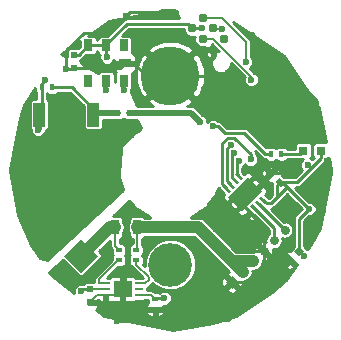
<source format=gtl>
G04 #@! TF.FileFunction,Copper,L1,Top,Signal*
%FSLAX46Y46*%
G04 Gerber Fmt 4.6, Leading zero omitted, Abs format (unit mm)*
G04 Created by KiCad (PCBNEW 4.0.1-stable) date Wed 17 Feb 2016 10:38:58 PM PST*
%MOMM*%
G01*
G04 APERTURE LIST*
%ADD10C,0.100000*%
%ADD11C,5.000000*%
%ADD12C,3.700000*%
%ADD13R,0.500000X0.600000*%
%ADD14C,2.032000*%
%ADD15R,3.657600X2.032000*%
%ADD16R,1.016000X2.032000*%
%ADD17R,0.400000X0.600000*%
%ADD18R,0.800000X1.000000*%
%ADD19R,1.000000X0.800000*%
%ADD20R,0.797560X0.797560*%
%ADD21C,0.784860*%
%ADD22C,0.800000*%
%ADD23R,0.600000X0.400000*%
%ADD24R,0.700000X0.250000*%
%ADD25R,1.650000X1.350000*%
%ADD26R,0.700000X1.300000*%
%ADD27C,0.600000*%
%ADD28C,0.250000*%
%ADD29C,0.500000*%
%ADD30C,0.152400*%
%ADD31C,1.000000*%
%ADD32C,0.254000*%
G04 APERTURE END LIST*
D10*
D11*
X120000000Y-57000000D03*
D12*
X120000000Y-73000000D03*
D10*
G36*
X130924264Y-71472182D02*
X131277818Y-71825736D01*
X130853554Y-72250000D01*
X130500000Y-71896446D01*
X130924264Y-71472182D01*
X130924264Y-71472182D01*
G37*
G36*
X130146446Y-72250000D02*
X130500000Y-72603554D01*
X130075736Y-73027818D01*
X129722182Y-72674264D01*
X130146446Y-72250000D01*
X130146446Y-72250000D01*
G37*
G36*
X129677818Y-66074264D02*
X129324264Y-66427818D01*
X128900000Y-66003554D01*
X129253554Y-65650000D01*
X129677818Y-66074264D01*
X129677818Y-66074264D01*
G37*
G36*
X128900000Y-65296446D02*
X128546446Y-65650000D01*
X128122182Y-65225736D01*
X128475736Y-64872182D01*
X128900000Y-65296446D01*
X128900000Y-65296446D01*
G37*
D13*
X111800000Y-55275000D03*
X111800000Y-56375000D03*
D10*
G36*
X112450000Y-70813159D02*
X113886841Y-72250000D01*
X112450000Y-73686841D01*
X111013159Y-72250000D01*
X112450000Y-70813159D01*
X112450000Y-70813159D01*
G37*
D14*
X110653949Y-70453949D02*
X110653949Y-70453949D01*
D15*
X111200000Y-66902000D03*
D16*
X111200000Y-60298000D03*
X108914000Y-60298000D03*
X113486000Y-60298000D03*
D17*
X110000000Y-58000000D03*
X109100000Y-58000000D03*
X116475000Y-60150000D03*
X115575000Y-60150000D03*
X129400000Y-63650000D03*
X128500000Y-63650000D03*
D18*
X116050000Y-54450000D03*
X114550000Y-54450000D03*
X113050000Y-54450000D03*
X113050000Y-57450000D03*
X114550000Y-57450000D03*
X116050000Y-57450000D03*
D19*
X116150000Y-55950000D03*
D20*
X131250700Y-63350000D03*
X132749300Y-63350000D03*
D21*
X121852962Y-53000987D03*
X122750987Y-52102962D03*
X122750987Y-53899013D03*
X123649013Y-53000987D03*
X123649013Y-54797038D03*
X124547038Y-53899013D03*
D10*
G36*
X125250000Y-75065685D02*
X124684315Y-74500000D01*
X125250000Y-73934315D01*
X125815685Y-74500000D01*
X125250000Y-75065685D01*
X125250000Y-75065685D01*
G37*
D22*
X126133883Y-73616117D02*
X126133883Y-73616117D01*
X127017767Y-72732233D02*
X127017767Y-72732233D01*
X127901650Y-71848350D02*
X127901650Y-71848350D01*
X128785534Y-70964466D02*
X128785534Y-70964466D01*
X129669417Y-70080583D02*
X129669417Y-70080583D01*
D13*
X113200000Y-75100000D03*
X113200000Y-76200000D03*
D23*
X115650000Y-71750000D03*
X115650000Y-72650000D03*
X118700000Y-75900000D03*
X118700000Y-76800000D03*
D24*
X114525000Y-74600000D03*
X114525000Y-75100000D03*
X114525000Y-75600000D03*
X117375000Y-75600000D03*
X117375000Y-75100000D03*
X117375000Y-74600000D03*
D25*
X115950000Y-75100000D03*
D23*
X117100000Y-71750000D03*
X117100000Y-72650000D03*
D26*
X117200000Y-69850000D03*
X115300000Y-69850000D03*
D10*
G36*
X125504505Y-65370621D02*
X125681282Y-65193844D01*
X126176257Y-65688819D01*
X125999480Y-65865596D01*
X125504505Y-65370621D01*
X125504505Y-65370621D01*
G37*
G36*
X125150951Y-65724175D02*
X125327728Y-65547398D01*
X125822703Y-66042373D01*
X125645926Y-66219150D01*
X125150951Y-65724175D01*
X125150951Y-65724175D01*
G37*
G36*
X124797398Y-66077728D02*
X124974175Y-65900951D01*
X125469150Y-66395926D01*
X125292373Y-66572703D01*
X124797398Y-66077728D01*
X124797398Y-66077728D01*
G37*
G36*
X124443844Y-66431282D02*
X124620621Y-66254505D01*
X125115596Y-66749480D01*
X124938819Y-66926257D01*
X124443844Y-66431282D01*
X124443844Y-66431282D01*
G37*
G36*
X126423743Y-68411181D02*
X126600520Y-68234404D01*
X127095495Y-68729379D01*
X126918718Y-68906156D01*
X126423743Y-68411181D01*
X126423743Y-68411181D01*
G37*
G36*
X126777297Y-68057627D02*
X126954074Y-67880850D01*
X127449049Y-68375825D01*
X127272272Y-68552602D01*
X126777297Y-68057627D01*
X126777297Y-68057627D01*
G37*
G36*
X127130850Y-67704074D02*
X127307627Y-67527297D01*
X127802602Y-68022272D01*
X127625825Y-68199049D01*
X127130850Y-67704074D01*
X127130850Y-67704074D01*
G37*
G36*
X127484404Y-67350520D02*
X127661181Y-67173743D01*
X128156156Y-67668718D01*
X127979379Y-67845495D01*
X127484404Y-67350520D01*
X127484404Y-67350520D01*
G37*
G36*
X125458543Y-67891457D02*
X126300000Y-67050000D01*
X126886899Y-67636899D01*
X126045442Y-68478356D01*
X125458543Y-67891457D01*
X125458543Y-67891457D01*
G37*
G36*
X126300000Y-67050000D02*
X127141457Y-66208543D01*
X127728356Y-66795442D01*
X126886899Y-67636899D01*
X126300000Y-67050000D01*
X126300000Y-67050000D01*
G37*
G36*
X124871644Y-67304558D02*
X125713101Y-66463101D01*
X126300000Y-67050000D01*
X125458543Y-67891457D01*
X124871644Y-67304558D01*
X124871644Y-67304558D01*
G37*
G36*
X125713101Y-66463101D02*
X126554558Y-65621644D01*
X127141457Y-66208543D01*
X126300000Y-67050000D01*
X125713101Y-66463101D01*
X125713101Y-66463101D01*
G37*
D27*
X129075000Y-62750000D03*
X127250000Y-65100000D03*
X122301124Y-72923296D03*
X122800000Y-74775000D03*
X115450000Y-77775000D03*
X120300000Y-78250000D03*
X124875000Y-77650000D03*
X127825000Y-74750000D03*
X132950000Y-68500000D03*
X133300000Y-64275000D03*
X132425000Y-60175000D03*
X126875000Y-53575000D03*
X122875000Y-58250000D03*
X124875000Y-56800000D03*
X117575000Y-53650000D03*
X121225000Y-53650000D03*
X119450000Y-51625000D03*
X116225000Y-51950000D03*
X114875000Y-52600000D03*
X111200000Y-56450000D03*
X109375000Y-57350000D03*
X114050000Y-72950000D03*
X111640000Y-74180000D03*
X116140000Y-73890000D03*
X116280000Y-71060000D03*
X116750000Y-68450000D03*
X118390000Y-70850000D03*
X121180000Y-70820000D03*
X122340000Y-68897590D03*
X123822339Y-69957661D03*
X122400000Y-71360000D03*
X124002567Y-72962567D03*
X125520000Y-71170000D03*
X129720000Y-72880000D03*
X130311499Y-69210000D03*
X127846913Y-69767048D03*
X130873682Y-66592388D03*
X127620000Y-61350000D03*
X127540000Y-56450000D03*
X128430000Y-55160000D03*
X130550000Y-58630000D03*
X129670000Y-61220000D03*
X122950000Y-55250000D03*
X108800000Y-61590000D03*
X125600000Y-60200000D03*
X126500000Y-60200000D03*
X126500000Y-59300000D03*
X125600000Y-59300000D03*
X115950000Y-75100000D03*
X125585822Y-67177279D03*
X126172721Y-67764178D03*
X126427279Y-66335822D03*
X127014178Y-66922721D03*
X130250000Y-64700000D03*
X114625000Y-55450000D03*
X131620000Y-64590000D03*
X131300000Y-72300000D03*
X112450000Y-75250000D03*
X122700000Y-53000000D03*
X131750000Y-68300000D03*
X123600000Y-61300000D03*
X125777410Y-64223485D03*
X125374407Y-63566432D03*
X125121995Y-62844585D03*
X126800000Y-64100000D03*
X126400000Y-55850000D03*
X126850000Y-57350000D03*
X124384297Y-53070004D03*
X114575000Y-58250000D03*
X116075000Y-58225000D03*
X119500000Y-75850000D03*
X122478522Y-60900009D03*
D28*
X127250000Y-65100000D02*
X127650000Y-64700000D01*
X127650000Y-64700000D02*
X130250000Y-64700000D01*
X122800000Y-74775000D02*
X122800000Y-73422172D01*
X122800000Y-73422172D02*
X122301124Y-72923296D01*
X120300000Y-78250000D02*
X119825000Y-77775000D01*
X119825000Y-77775000D02*
X115450000Y-77775000D01*
X127825000Y-74750000D02*
X124925000Y-77650000D01*
X124925000Y-77650000D02*
X124875000Y-77650000D01*
X133300000Y-64275000D02*
X132950000Y-64625000D01*
X132950000Y-64625000D02*
X132950000Y-68500000D01*
X126875000Y-53575000D02*
X132425000Y-59125000D01*
X132425000Y-59125000D02*
X132425000Y-60175000D01*
X124875000Y-56800000D02*
X123425000Y-58250000D01*
X123425000Y-58250000D02*
X122875000Y-58250000D01*
X121225000Y-53650000D02*
X117575000Y-53650000D01*
X116225000Y-51950000D02*
X116550000Y-51625000D01*
X116550000Y-51625000D02*
X119450000Y-51625000D01*
X112650678Y-53375000D02*
X114100000Y-53375000D01*
X114100000Y-53375000D02*
X114875000Y-52600000D01*
X111200000Y-56450000D02*
X111200000Y-54825678D01*
X111200000Y-54825678D02*
X112650678Y-53375000D01*
X116150000Y-55950000D02*
X116900000Y-55950000D01*
X116900000Y-55950000D02*
X117950000Y-57000000D01*
X117950000Y-57000000D02*
X120000000Y-57000000D01*
X111800000Y-56375000D02*
X115725000Y-56375000D01*
X115725000Y-56375000D02*
X116150000Y-55950000D01*
X111200000Y-56450000D02*
X111725000Y-56450000D01*
X111725000Y-56450000D02*
X111800000Y-56375000D01*
X109100000Y-58000000D02*
X109100000Y-57625000D01*
X109100000Y-57625000D02*
X109375000Y-57350000D01*
X109100000Y-58000000D02*
X109100000Y-60112000D01*
X109100000Y-60112000D02*
X108914000Y-60298000D01*
X111640000Y-74180000D02*
X112820000Y-74180000D01*
X112820000Y-74180000D02*
X114050000Y-72950000D01*
X116140000Y-73890000D02*
X116140000Y-74910000D01*
X116140000Y-74910000D02*
X115950000Y-75100000D01*
X116750000Y-68450000D02*
X116280000Y-68920000D01*
X116280000Y-68920000D02*
X116280000Y-71060000D01*
X121180000Y-70820000D02*
X118420000Y-70820000D01*
X118420000Y-70820000D02*
X118390000Y-70850000D01*
X123822339Y-69957661D02*
X122762268Y-68897590D01*
X122762268Y-68897590D02*
X122340000Y-68897590D01*
X124002567Y-72962567D02*
X122400000Y-71360000D01*
X127901650Y-71848350D02*
X126198350Y-71848350D01*
X126198350Y-71848350D02*
X125520000Y-71170000D01*
X130111091Y-72638909D02*
X129961091Y-72638909D01*
X129961091Y-72638909D02*
X129720000Y-72880000D01*
X127509339Y-69320000D02*
X126759619Y-68570280D01*
X127901650Y-71848350D02*
X127846913Y-69767048D01*
X127509339Y-69320000D02*
X127509339Y-69429474D01*
X127509339Y-69429474D02*
X127846913Y-69767048D01*
X126500000Y-60200000D02*
X126500000Y-60230000D01*
X126500000Y-60230000D02*
X127620000Y-61350000D01*
X128430000Y-55160000D02*
X128430000Y-55560000D01*
X128430000Y-55560000D02*
X127540000Y-56450000D01*
X129670000Y-61220000D02*
X129670000Y-59510000D01*
X129670000Y-59510000D02*
X130550000Y-58630000D01*
X122650000Y-54950000D02*
X122950000Y-55250000D01*
X122650000Y-54797038D02*
X122202962Y-54797038D01*
X123649013Y-54797038D02*
X122650000Y-54797038D01*
X122650000Y-54797038D02*
X122650000Y-54950000D01*
D29*
X108914000Y-60298000D02*
X108914000Y-61476000D01*
X108914000Y-61476000D02*
X108800000Y-61590000D01*
D28*
X125600000Y-59300000D02*
X125600000Y-58600000D01*
X125600000Y-58600000D02*
X124000000Y-57000000D01*
X124000000Y-57000000D02*
X123535533Y-57000000D01*
X123535533Y-57000000D02*
X120000000Y-57000000D01*
X127901650Y-71848350D02*
X127901650Y-72947773D01*
X127901650Y-72947773D02*
X126349423Y-74500000D01*
X126349423Y-74500000D02*
X125915685Y-74500000D01*
X125915685Y-74500000D02*
X125250000Y-74500000D01*
X118700000Y-76800000D02*
X122950000Y-76800000D01*
X122950000Y-76800000D02*
X125250000Y-74500000D01*
X126172721Y-67764178D02*
X126172721Y-67983382D01*
X126172721Y-67983382D02*
X126759619Y-68570280D01*
X127014178Y-66922721D02*
X127014178Y-66758004D01*
X127014178Y-66758004D02*
X128511091Y-65261091D01*
X122202962Y-54797038D02*
X120000000Y-57000000D01*
X128511091Y-65261091D02*
X129688909Y-65261091D01*
X129688909Y-65261091D02*
X130250000Y-64700000D01*
X130111091Y-72638909D02*
X128692209Y-72638909D01*
X128692209Y-72638909D02*
X127901650Y-71848350D01*
X108914000Y-59790000D02*
X108914000Y-60298000D01*
D30*
X115950000Y-75100000D02*
X115950000Y-75927400D01*
X115950000Y-75927400D02*
X116822600Y-76800000D01*
X116822600Y-76800000D02*
X118247600Y-76800000D01*
X118247600Y-76800000D02*
X118700000Y-76800000D01*
X114525000Y-75600000D02*
X115450000Y-75600000D01*
X115450000Y-75600000D02*
X115950000Y-75100000D01*
X114525000Y-75600000D02*
X113750000Y-75600000D01*
X113750000Y-75600000D02*
X113200000Y-76150000D01*
X113200000Y-76150000D02*
X113200000Y-76200000D01*
D28*
X111800000Y-55275000D02*
X112225000Y-55275000D01*
X112225000Y-55275000D02*
X113050000Y-54450000D01*
X114550000Y-54450000D02*
X114550000Y-55375000D01*
X114550000Y-55375000D02*
X114625000Y-55450000D01*
X121852962Y-53000987D02*
X121460533Y-52608558D01*
X121460533Y-52608558D02*
X116291442Y-52608558D01*
X116291442Y-52608558D02*
X114550000Y-54350000D01*
X114550000Y-54350000D02*
X114550000Y-54450000D01*
X113050000Y-54450000D02*
X114550000Y-54450000D01*
X130709171Y-66038909D02*
X132020000Y-64728080D01*
X132020000Y-64728080D02*
X132749300Y-63998780D01*
X131620000Y-64590000D02*
X131758080Y-64728080D01*
X131758080Y-64728080D02*
X132020000Y-64728080D01*
X128482184Y-67827816D02*
X128940000Y-67370000D01*
X128940000Y-67370000D02*
X129880000Y-66430000D01*
X129288909Y-66038909D02*
X129041422Y-66286396D01*
X129041422Y-66286396D02*
X129041422Y-67268578D01*
X129041422Y-67268578D02*
X128940000Y-67370000D01*
X130950000Y-67500000D02*
X129880000Y-66430000D01*
X129880000Y-66430000D02*
X129488909Y-66038909D01*
X127820280Y-67509619D02*
X128138477Y-67827816D01*
X128138477Y-67827816D02*
X128482184Y-67827816D01*
X131300000Y-72300000D02*
X131300000Y-72272182D01*
X131300000Y-72272182D02*
X130888909Y-71861091D01*
X113200000Y-75100000D02*
X112600000Y-75100000D01*
X112600000Y-75100000D02*
X112450000Y-75250000D01*
X121852962Y-53000987D02*
X122699013Y-53000987D01*
X122699013Y-53000987D02*
X122700000Y-53000000D01*
X129288909Y-66038909D02*
X130709171Y-66038909D01*
X132749300Y-63998780D02*
X132749300Y-63350000D01*
X131750000Y-68300000D02*
X130950000Y-67500000D01*
X130940381Y-67509619D02*
X130950000Y-67500000D01*
X129488909Y-66038909D02*
X129288909Y-66038909D01*
X130888909Y-71861091D02*
X130888909Y-69161091D01*
X130888909Y-69161091D02*
X131750000Y-68300000D01*
D30*
X113200000Y-75100000D02*
X114525000Y-75100000D01*
D28*
X129400000Y-63650000D02*
X130950700Y-63650000D01*
X130950700Y-63650000D02*
X131250700Y-63350000D01*
D31*
X111200000Y-60298000D02*
X111200000Y-66902000D01*
X110653949Y-70453949D02*
X110653949Y-67448051D01*
X110653949Y-67448051D02*
X111200000Y-66902000D01*
D29*
X115575000Y-60150000D02*
X113634000Y-60150000D01*
X113634000Y-60150000D02*
X113486000Y-60298000D01*
D28*
X110000000Y-58000000D02*
X111696000Y-58000000D01*
X111696000Y-58000000D02*
X113486000Y-59790000D01*
X113486000Y-59790000D02*
X113486000Y-60298000D01*
X123600000Y-61300000D02*
X124024264Y-61300000D01*
X124024264Y-61300000D02*
X124589038Y-61864774D01*
X124589038Y-61864774D02*
X126264774Y-61864774D01*
X126264774Y-61864774D02*
X128050000Y-63650000D01*
X128050000Y-63650000D02*
X128500000Y-63650000D01*
X125602410Y-64750000D02*
X125602410Y-64398485D01*
X125602410Y-64398485D02*
X125777410Y-64223485D01*
X125602410Y-65302410D02*
X125602410Y-64750000D01*
X125840381Y-65529720D02*
X125829720Y-65529720D01*
X125829720Y-65529720D02*
X125602410Y-65302410D01*
X125200000Y-64700000D02*
X125200000Y-63740839D01*
X125200000Y-63740839D02*
X125374407Y-63566432D01*
X125200000Y-65650000D02*
X125200000Y-64700000D01*
X125486827Y-65883274D02*
X125433274Y-65883274D01*
X125433274Y-65883274D02*
X125200000Y-65650000D01*
X124796997Y-65319585D02*
X124796997Y-63169583D01*
X124796997Y-63169583D02*
X125121995Y-62844585D01*
X124796997Y-65319585D02*
X124796997Y-65900550D01*
X124796997Y-65900550D02*
X124815077Y-65918630D01*
X124815077Y-65918630D02*
X125133274Y-66236827D01*
X126800000Y-64100000D02*
X126800000Y-63668036D01*
X126800000Y-63668036D02*
X125399148Y-62267184D01*
X125399148Y-62267184D02*
X124844842Y-62267184D01*
X124844842Y-62267184D02*
X124394587Y-62717439D01*
X124394587Y-62717439D02*
X124394587Y-66205248D01*
X124394587Y-66205248D02*
X124461523Y-66272184D01*
X124461523Y-66272184D02*
X124779720Y-66590381D01*
D30*
X122750987Y-52102962D02*
X124357418Y-52102962D01*
X126435833Y-55814167D02*
X126400000Y-55850000D01*
X124357418Y-52102962D02*
X126435833Y-54181377D01*
X126435833Y-54181377D02*
X126435833Y-55814167D01*
X122750987Y-53899013D02*
X123649013Y-53899013D01*
X123649013Y-53899013D02*
X126850000Y-57100000D01*
X126850000Y-57100000D02*
X126850000Y-57350000D01*
X124384297Y-53070004D02*
X123718030Y-53070004D01*
X123718030Y-53070004D02*
X123649013Y-53000987D01*
D28*
X127113173Y-68216726D02*
X128785534Y-69889087D01*
X128785534Y-69889087D02*
X128785534Y-70964466D01*
X129669417Y-70080583D02*
X127466726Y-67877892D01*
X127466726Y-67877892D02*
X127466726Y-67863173D01*
D31*
X115300000Y-69850000D02*
X114850000Y-69850000D01*
X114850000Y-69850000D02*
X112450000Y-72250000D01*
D30*
X115300000Y-69850000D02*
X115300000Y-71400000D01*
X115300000Y-71400000D02*
X115650000Y-71750000D01*
X117375000Y-74600000D02*
X117877400Y-74600000D01*
X117877400Y-74600000D02*
X118150000Y-74327400D01*
X118147600Y-74050000D02*
X117100000Y-73002400D01*
X118150000Y-74327400D02*
X118150000Y-74050000D01*
X117100000Y-73002400D02*
X117100000Y-72650000D01*
X118150000Y-74050000D02*
X118147600Y-74050000D01*
X113950000Y-74527400D02*
X113950000Y-74250000D01*
X113950000Y-74250000D02*
X115550000Y-72650000D01*
X115550000Y-72650000D02*
X115650000Y-72650000D01*
X114525000Y-74600000D02*
X114022600Y-74600000D01*
X114022600Y-74600000D02*
X113950000Y-74527400D01*
D31*
X122367766Y-69850000D02*
X125200000Y-72682234D01*
X125200000Y-72682234D02*
X126133883Y-73616117D01*
X127017767Y-72732233D02*
X125249999Y-72732233D01*
X125249999Y-72732233D02*
X125200000Y-72682234D01*
X117200000Y-69850000D02*
X122367766Y-69850000D01*
D30*
X117200000Y-69850000D02*
X117200000Y-71650000D01*
X117200000Y-71650000D02*
X117100000Y-71750000D01*
D28*
X114575000Y-58250000D02*
X114575000Y-57475000D01*
X114575000Y-57475000D02*
X114550000Y-57450000D01*
X116050000Y-57450000D02*
X116050000Y-58200000D01*
X116050000Y-58200000D02*
X116075000Y-58225000D01*
X119500000Y-75850000D02*
X118750000Y-75850000D01*
X118750000Y-75850000D02*
X118700000Y-75900000D01*
D30*
X117375000Y-75600000D02*
X118400000Y-75600000D01*
X118400000Y-75600000D02*
X118700000Y-75900000D01*
D29*
X116475000Y-60150000D02*
X121728513Y-60150000D01*
X121728513Y-60150000D02*
X122478522Y-60900009D01*
D32*
G36*
X108566594Y-58300000D02*
X108589395Y-58421179D01*
X108648000Y-58512253D01*
X108648000Y-58948594D01*
X108406000Y-58948594D01*
X108284821Y-58971395D01*
X108173526Y-59043012D01*
X108098862Y-59152286D01*
X108072594Y-59282000D01*
X108072594Y-61314000D01*
X108095395Y-61435179D01*
X108167012Y-61546474D01*
X108173034Y-61550589D01*
X108172891Y-61714171D01*
X108268145Y-61944703D01*
X108444369Y-62121235D01*
X108674735Y-62216891D01*
X108924171Y-62217109D01*
X109154703Y-62121855D01*
X109331235Y-61945631D01*
X109413997Y-61746318D01*
X109447078Y-61696808D01*
X109458262Y-61640583D01*
X109543179Y-61624605D01*
X109654474Y-61552988D01*
X109729138Y-61443714D01*
X109755406Y-61314000D01*
X109755406Y-59282000D01*
X109732605Y-59160821D01*
X109660988Y-59049526D01*
X109552000Y-58975057D01*
X109552000Y-58518469D01*
X109561012Y-58532474D01*
X109670286Y-58607138D01*
X109800000Y-58633406D01*
X110200000Y-58633406D01*
X110321179Y-58610605D01*
X110432474Y-58538988D01*
X110491911Y-58452000D01*
X111508776Y-58452000D01*
X112644594Y-59587818D01*
X112644594Y-61314000D01*
X112667395Y-61435179D01*
X112739012Y-61546474D01*
X112848286Y-61621138D01*
X112978000Y-61647406D01*
X113994000Y-61647406D01*
X114115179Y-61624605D01*
X114226474Y-61552988D01*
X114301138Y-61443714D01*
X114327406Y-61314000D01*
X114327406Y-60727000D01*
X115201178Y-60727000D01*
X115245286Y-60757138D01*
X115375000Y-60783406D01*
X115775000Y-60783406D01*
X115896179Y-60760605D01*
X116007474Y-60688988D01*
X116024330Y-60664319D01*
X116036012Y-60682474D01*
X116145286Y-60757138D01*
X116275000Y-60783406D01*
X116675000Y-60783406D01*
X116796179Y-60760605D01*
X116848402Y-60727000D01*
X117178244Y-60727000D01*
X117523139Y-61446565D01*
X117271850Y-61659869D01*
X116904994Y-61904994D01*
X116802680Y-62058117D01*
X115877814Y-62843178D01*
X115846620Y-62882781D01*
X115833371Y-62930297D01*
X115707216Y-64576616D01*
X115623000Y-65000000D01*
X115660375Y-65187896D01*
X115633371Y-65540297D01*
X115639219Y-65589254D01*
X115899530Y-66390212D01*
X115956179Y-66675005D01*
X115989251Y-66724500D01*
X109513131Y-72611882D01*
X108931340Y-72484172D01*
X108185944Y-71368608D01*
X107137668Y-68824135D01*
X106390627Y-65068509D01*
X106388957Y-64939889D01*
X107261821Y-60551703D01*
X107610330Y-59492859D01*
X108566594Y-58061708D01*
X108566594Y-58300000D01*
X108566594Y-58300000D01*
G37*
X108566594Y-58300000D02*
X108589395Y-58421179D01*
X108648000Y-58512253D01*
X108648000Y-58948594D01*
X108406000Y-58948594D01*
X108284821Y-58971395D01*
X108173526Y-59043012D01*
X108098862Y-59152286D01*
X108072594Y-59282000D01*
X108072594Y-61314000D01*
X108095395Y-61435179D01*
X108167012Y-61546474D01*
X108173034Y-61550589D01*
X108172891Y-61714171D01*
X108268145Y-61944703D01*
X108444369Y-62121235D01*
X108674735Y-62216891D01*
X108924171Y-62217109D01*
X109154703Y-62121855D01*
X109331235Y-61945631D01*
X109413997Y-61746318D01*
X109447078Y-61696808D01*
X109458262Y-61640583D01*
X109543179Y-61624605D01*
X109654474Y-61552988D01*
X109729138Y-61443714D01*
X109755406Y-61314000D01*
X109755406Y-59282000D01*
X109732605Y-59160821D01*
X109660988Y-59049526D01*
X109552000Y-58975057D01*
X109552000Y-58518469D01*
X109561012Y-58532474D01*
X109670286Y-58607138D01*
X109800000Y-58633406D01*
X110200000Y-58633406D01*
X110321179Y-58610605D01*
X110432474Y-58538988D01*
X110491911Y-58452000D01*
X111508776Y-58452000D01*
X112644594Y-59587818D01*
X112644594Y-61314000D01*
X112667395Y-61435179D01*
X112739012Y-61546474D01*
X112848286Y-61621138D01*
X112978000Y-61647406D01*
X113994000Y-61647406D01*
X114115179Y-61624605D01*
X114226474Y-61552988D01*
X114301138Y-61443714D01*
X114327406Y-61314000D01*
X114327406Y-60727000D01*
X115201178Y-60727000D01*
X115245286Y-60757138D01*
X115375000Y-60783406D01*
X115775000Y-60783406D01*
X115896179Y-60760605D01*
X116007474Y-60688988D01*
X116024330Y-60664319D01*
X116036012Y-60682474D01*
X116145286Y-60757138D01*
X116275000Y-60783406D01*
X116675000Y-60783406D01*
X116796179Y-60760605D01*
X116848402Y-60727000D01*
X117178244Y-60727000D01*
X117523139Y-61446565D01*
X117271850Y-61659869D01*
X116904994Y-61904994D01*
X116802680Y-62058117D01*
X115877814Y-62843178D01*
X115846620Y-62882781D01*
X115833371Y-62930297D01*
X115707216Y-64576616D01*
X115623000Y-65000000D01*
X115660375Y-65187896D01*
X115633371Y-65540297D01*
X115639219Y-65589254D01*
X115899530Y-66390212D01*
X115956179Y-66675005D01*
X115989251Y-66724500D01*
X109513131Y-72611882D01*
X108931340Y-72484172D01*
X108185944Y-71368608D01*
X107137668Y-68824135D01*
X106390627Y-65068509D01*
X106388957Y-64939889D01*
X107261821Y-60551703D01*
X107610330Y-59492859D01*
X108566594Y-58061708D01*
X108566594Y-58300000D01*
G36*
X127730388Y-63969612D02*
X127877027Y-64067594D01*
X128003243Y-64092700D01*
X128061012Y-64182474D01*
X128170286Y-64257138D01*
X128300000Y-64283406D01*
X128700000Y-64283406D01*
X128821179Y-64260605D01*
X128932474Y-64188988D01*
X128949330Y-64164319D01*
X128961012Y-64182474D01*
X129070286Y-64257138D01*
X129200000Y-64283406D01*
X129600000Y-64283406D01*
X129721179Y-64260605D01*
X129832474Y-64188988D01*
X129891911Y-64102000D01*
X130950700Y-64102000D01*
X131050313Y-64082186D01*
X131241214Y-64082186D01*
X131088765Y-64234369D01*
X130993109Y-64464735D01*
X130992891Y-64714171D01*
X131088145Y-64944703D01*
X131126116Y-64982740D01*
X130521947Y-65586909D01*
X129661971Y-65586909D01*
X129489308Y-65414246D01*
X129387498Y-65344683D01*
X129327000Y-65331559D01*
X129327000Y-65211511D01*
X129261992Y-65054570D01*
X129155089Y-64947666D01*
X129004121Y-64947666D01*
X128689282Y-65262505D01*
X128703424Y-65276648D01*
X128526648Y-65453424D01*
X128512505Y-65439282D01*
X128197666Y-65754121D01*
X128197666Y-65905089D01*
X128304570Y-66011992D01*
X128461511Y-66077000D01*
X128581312Y-66077000D01*
X128591099Y-66129012D01*
X128613891Y-66163380D01*
X128589422Y-66286396D01*
X128589422Y-67081353D01*
X128314861Y-67355915D01*
X128043306Y-67084360D01*
X128090349Y-67037318D01*
X128155356Y-66880377D01*
X128155356Y-66710506D01*
X128090349Y-66553565D01*
X127902127Y-66365344D01*
X127751160Y-66365344D01*
X127193783Y-66922721D01*
X127207926Y-66936864D01*
X127028321Y-67116469D01*
X127014178Y-67102326D01*
X126352326Y-67764178D01*
X126366469Y-67778321D01*
X126186864Y-67957926D01*
X126172721Y-67943783D01*
X125615344Y-68501160D01*
X125615344Y-68652127D01*
X125803565Y-68840349D01*
X125960506Y-68905356D01*
X126130377Y-68905356D01*
X126287318Y-68840349D01*
X126332350Y-68795317D01*
X126354977Y-68795317D01*
X126625622Y-68524672D01*
X126611480Y-68510530D01*
X126675472Y-68446537D01*
X126678301Y-68449366D01*
X126687915Y-68439753D01*
X127036518Y-68788356D01*
X127065125Y-68807902D01*
X128333534Y-70076312D01*
X128333534Y-70405586D01*
X128281538Y-70440328D01*
X128261396Y-70460470D01*
X128103803Y-70696327D01*
X128048462Y-70974537D01*
X128063578Y-71050527D01*
X127834368Y-71024074D01*
X127524052Y-71112566D01*
X127489083Y-71256178D01*
X127901650Y-71668745D01*
X127915792Y-71654602D01*
X128095398Y-71834208D01*
X128081255Y-71848350D01*
X128493822Y-72260917D01*
X128637434Y-72225948D01*
X128725926Y-71915632D01*
X128699473Y-71686422D01*
X128775463Y-71701538D01*
X129053673Y-71646197D01*
X129289530Y-71488604D01*
X129309672Y-71468462D01*
X129467265Y-71232606D01*
X129522605Y-70954395D01*
X129488651Y-70783701D01*
X129659346Y-70817655D01*
X129937556Y-70762314D01*
X130173413Y-70604721D01*
X130193555Y-70584579D01*
X130351148Y-70348723D01*
X130406488Y-70070512D01*
X130351148Y-69792302D01*
X130193555Y-69556445D01*
X129957698Y-69398852D01*
X129679488Y-69343512D01*
X129589476Y-69361417D01*
X128503612Y-68275554D01*
X128655157Y-68245410D01*
X128801796Y-68147428D01*
X129259613Y-67689612D01*
X129259615Y-67689609D01*
X129361034Y-67588191D01*
X129361036Y-67588188D01*
X129880000Y-67069224D01*
X130582031Y-67771256D01*
X130620769Y-67829231D01*
X130678747Y-67867971D01*
X131110776Y-68300000D01*
X130569297Y-68841479D01*
X130471315Y-68988118D01*
X130436909Y-69161091D01*
X130436909Y-71488029D01*
X130264246Y-71660692D01*
X130194683Y-71762502D01*
X130181559Y-71823000D01*
X130061511Y-71823000D01*
X129904570Y-71888008D01*
X129797666Y-71994911D01*
X129797666Y-72145879D01*
X130112505Y-72460718D01*
X130126648Y-72446576D01*
X130303424Y-72623352D01*
X130289282Y-72637495D01*
X130604121Y-72952334D01*
X130755089Y-72952334D01*
X130757367Y-72950056D01*
X129824007Y-74346927D01*
X128600177Y-75322970D01*
X125530572Y-77374014D01*
X123586362Y-77909628D01*
X120229962Y-78577258D01*
X114417367Y-77339228D01*
X113919778Y-77006750D01*
X117973000Y-77006750D01*
X117973000Y-77084935D01*
X118038007Y-77241876D01*
X118158124Y-77361993D01*
X118315064Y-77427000D01*
X118466250Y-77427000D01*
X118573000Y-77320250D01*
X118573000Y-76900000D01*
X118827000Y-76900000D01*
X118827000Y-77320250D01*
X118933750Y-77427000D01*
X119084936Y-77427000D01*
X119241876Y-77361993D01*
X119361993Y-77241876D01*
X119427000Y-77084935D01*
X119427000Y-77006750D01*
X119320250Y-76900000D01*
X118827000Y-76900000D01*
X118573000Y-76900000D01*
X118079750Y-76900000D01*
X117973000Y-77006750D01*
X113919778Y-77006750D01*
X113696385Y-76857484D01*
X113811993Y-76741876D01*
X113877000Y-76584935D01*
X113877000Y-76433750D01*
X113770250Y-76327000D01*
X113325000Y-76327000D01*
X113325000Y-76347000D01*
X113075000Y-76347000D01*
X113075000Y-76327000D01*
X113053000Y-76327000D01*
X113053000Y-76073000D01*
X113075000Y-76073000D01*
X113075000Y-76053000D01*
X113325000Y-76053000D01*
X113325000Y-76073000D01*
X113770250Y-76073000D01*
X113844691Y-75998560D01*
X113933124Y-76086993D01*
X114090065Y-76152000D01*
X114291250Y-76152000D01*
X114398000Y-76045250D01*
X114398000Y-75662500D01*
X114378000Y-75662500D01*
X114378000Y-75558406D01*
X114672000Y-75558406D01*
X114672000Y-75662500D01*
X114652000Y-75662500D01*
X114652000Y-76045250D01*
X114758750Y-76152000D01*
X114919354Y-76152000D01*
X115040065Y-76202000D01*
X115716250Y-76202000D01*
X115823000Y-76095250D01*
X115823000Y-75227000D01*
X115803000Y-75227000D01*
X115803000Y-74973000D01*
X115823000Y-74973000D01*
X115823000Y-74104750D01*
X115716250Y-73998000D01*
X115040065Y-73998000D01*
X114883124Y-74063007D01*
X114804537Y-74141594D01*
X114628616Y-74141594D01*
X115586805Y-73183406D01*
X115950000Y-73183406D01*
X116071179Y-73160605D01*
X116182474Y-73088988D01*
X116257138Y-72979714D01*
X116283406Y-72850000D01*
X116283406Y-72450000D01*
X116260605Y-72328821D01*
X116188988Y-72217526D01*
X116164319Y-72200670D01*
X116182474Y-72188988D01*
X116257138Y-72079714D01*
X116283406Y-71950000D01*
X116283406Y-71550000D01*
X116260605Y-71428821D01*
X116188988Y-71317526D01*
X116079714Y-71242862D01*
X115950000Y-71216594D01*
X115703200Y-71216594D01*
X115703200Y-70823396D01*
X115771179Y-70810605D01*
X115882474Y-70738988D01*
X115957138Y-70629714D01*
X115983406Y-70500000D01*
X115983406Y-70287168D01*
X116064048Y-70166479D01*
X116127000Y-69850000D01*
X116064048Y-69533521D01*
X115983406Y-69412832D01*
X115983406Y-69200000D01*
X115960605Y-69078821D01*
X115888988Y-68967526D01*
X115779714Y-68892862D01*
X115650000Y-68866594D01*
X115122143Y-68866594D01*
X116504659Y-67645339D01*
X116715517Y-67811434D01*
X116904994Y-68095006D01*
X118028721Y-68845857D01*
X118211414Y-68989766D01*
X118269911Y-69015401D01*
X118286419Y-69018045D01*
X118293834Y-69023000D01*
X117824685Y-69023000D01*
X117788988Y-68967526D01*
X117679714Y-68892862D01*
X117550000Y-68866594D01*
X116850000Y-68866594D01*
X116728821Y-68889395D01*
X116617526Y-68961012D01*
X116542862Y-69070286D01*
X116516594Y-69200000D01*
X116516594Y-69412832D01*
X116435952Y-69533521D01*
X116373000Y-69850000D01*
X116435952Y-70166479D01*
X116516594Y-70287168D01*
X116516594Y-70500000D01*
X116539395Y-70621179D01*
X116611012Y-70732474D01*
X116720286Y-70807138D01*
X116796800Y-70822633D01*
X116796800Y-71217196D01*
X116678821Y-71239395D01*
X116567526Y-71311012D01*
X116492862Y-71420286D01*
X116466594Y-71550000D01*
X116466594Y-71950000D01*
X116489395Y-72071179D01*
X116561012Y-72182474D01*
X116585681Y-72199330D01*
X116567526Y-72211012D01*
X116492862Y-72320286D01*
X116466594Y-72450000D01*
X116466594Y-72850000D01*
X116489395Y-72971179D01*
X116561012Y-73082474D01*
X116670286Y-73157138D01*
X116736784Y-73170604D01*
X116814895Y-73287505D01*
X117668983Y-74141594D01*
X117095463Y-74141594D01*
X117016876Y-74063007D01*
X116859935Y-73998000D01*
X116183750Y-73998000D01*
X116077000Y-74104750D01*
X116077000Y-74973000D01*
X116097000Y-74973000D01*
X116097000Y-75227000D01*
X116077000Y-75227000D01*
X116077000Y-76095250D01*
X116183750Y-76202000D01*
X116859935Y-76202000D01*
X117016876Y-76136993D01*
X117095463Y-76058406D01*
X117725000Y-76058406D01*
X117846179Y-76035605D01*
X117896537Y-76003200D01*
X118066594Y-76003200D01*
X118066594Y-76100000D01*
X118089395Y-76221179D01*
X118122894Y-76273237D01*
X118038007Y-76358124D01*
X117973000Y-76515065D01*
X117973000Y-76593250D01*
X118079750Y-76700000D01*
X118573000Y-76700000D01*
X118573000Y-76653000D01*
X118827000Y-76653000D01*
X118827000Y-76700000D01*
X119320250Y-76700000D01*
X119427000Y-76593250D01*
X119427000Y-76515065D01*
X119411201Y-76476923D01*
X119624171Y-76477109D01*
X119854703Y-76381855D01*
X120031235Y-76205631D01*
X120126891Y-75975265D01*
X120127109Y-75725829D01*
X120031855Y-75495297D01*
X119855631Y-75318765D01*
X119625265Y-75223109D01*
X119375829Y-75222891D01*
X119145297Y-75318145D01*
X119080444Y-75382885D01*
X119000000Y-75366594D01*
X118736804Y-75366594D01*
X118685105Y-75314895D01*
X118554298Y-75227492D01*
X118400000Y-75196800D01*
X118058406Y-75196800D01*
X118058406Y-74975000D01*
X118055007Y-74956934D01*
X118162505Y-74885105D01*
X118435106Y-74612505D01*
X118474611Y-74553380D01*
X118765218Y-74844495D01*
X119565068Y-75176621D01*
X120431132Y-75177377D01*
X120620586Y-75099096D01*
X124830509Y-75099096D01*
X124830509Y-75250064D01*
X125008124Y-75427679D01*
X125165064Y-75492685D01*
X125334936Y-75492685D01*
X125491876Y-75427678D01*
X125669491Y-75250064D01*
X125669491Y-75099096D01*
X125250000Y-74679605D01*
X124830509Y-75099096D01*
X120620586Y-75099096D01*
X121231560Y-74846647D01*
X121663897Y-74415064D01*
X124257315Y-74415064D01*
X124257315Y-74584936D01*
X124322321Y-74741876D01*
X124499936Y-74919491D01*
X124650904Y-74919491D01*
X125070395Y-74500000D01*
X124650904Y-74080509D01*
X124499936Y-74080509D01*
X124322322Y-74258124D01*
X124257315Y-74415064D01*
X121663897Y-74415064D01*
X121844495Y-74234782D01*
X122176621Y-73434932D01*
X122177377Y-72568868D01*
X121846647Y-71768440D01*
X121234782Y-71155505D01*
X120434932Y-70823379D01*
X119568868Y-70822623D01*
X118768440Y-71153353D01*
X118155505Y-71765218D01*
X117823379Y-72565068D01*
X117822864Y-73155054D01*
X117682940Y-73015129D01*
X117707138Y-72979714D01*
X117733406Y-72850000D01*
X117733406Y-72450000D01*
X117710605Y-72328821D01*
X117638988Y-72217526D01*
X117614319Y-72200670D01*
X117632474Y-72188988D01*
X117707138Y-72079714D01*
X117733406Y-71950000D01*
X117733406Y-71550000D01*
X117710605Y-71428821D01*
X117638988Y-71317526D01*
X117603200Y-71293073D01*
X117603200Y-70823396D01*
X117671179Y-70810605D01*
X117782474Y-70738988D01*
X117824829Y-70677000D01*
X122025212Y-70677000D01*
X124964329Y-73616117D01*
X124830509Y-73749936D01*
X124830509Y-73900904D01*
X125250000Y-74320395D01*
X125264143Y-74306253D01*
X125443748Y-74485858D01*
X125429605Y-74500000D01*
X125849096Y-74919491D01*
X126000064Y-74919491D01*
X126177678Y-74741876D01*
X126242685Y-74584936D01*
X126242685Y-74421475D01*
X126450362Y-74380165D01*
X126718660Y-74200894D01*
X126897931Y-73932596D01*
X126960883Y-73616117D01*
X126949568Y-73559233D01*
X127017767Y-73559233D01*
X127334246Y-73496281D01*
X127602544Y-73317010D01*
X127622258Y-73287505D01*
X129731554Y-73287505D01*
X129760896Y-73316848D01*
X129760896Y-73316847D01*
X129731554Y-73287505D01*
X127622258Y-73287505D01*
X127703525Y-73165880D01*
X129760896Y-73165880D01*
X129760896Y-73316847D01*
X129833860Y-73389811D01*
X129990800Y-73454818D01*
X130160671Y-73454818D01*
X130317612Y-73389810D01*
X130424516Y-73282907D01*
X130424516Y-73131939D01*
X130109677Y-72817100D01*
X129760896Y-73165880D01*
X127703525Y-73165880D01*
X127781815Y-73048712D01*
X127793671Y-72989104D01*
X129433152Y-72989104D01*
X129459178Y-73015129D01*
X129433153Y-72989104D01*
X129433152Y-72989104D01*
X127793671Y-72989104D01*
X127844767Y-72732233D01*
X127829714Y-72656559D01*
X127968932Y-72672626D01*
X128261030Y-72589329D01*
X129295182Y-72589329D01*
X129295182Y-72759200D01*
X129360189Y-72916140D01*
X129433153Y-72989104D01*
X129584120Y-72989104D01*
X129932900Y-72640323D01*
X129618061Y-72325484D01*
X129467093Y-72325484D01*
X129360190Y-72432388D01*
X129295182Y-72589329D01*
X128261030Y-72589329D01*
X128279248Y-72584134D01*
X128314217Y-72440522D01*
X127901650Y-72027955D01*
X127887508Y-72042098D01*
X127707902Y-71862492D01*
X127722045Y-71848350D01*
X127309478Y-71435783D01*
X127165866Y-71470752D01*
X127077374Y-71781068D01*
X127093441Y-71920286D01*
X127017767Y-71905233D01*
X125592553Y-71905233D01*
X122952543Y-69265223D01*
X122684245Y-69085952D01*
X122367766Y-69023000D01*
X121706166Y-69023000D01*
X121778119Y-68974922D01*
X126534582Y-68974922D01*
X126534582Y-69125889D01*
X126676842Y-69268148D01*
X126833782Y-69333156D01*
X127003654Y-69333156D01*
X127160594Y-69268149D01*
X127189363Y-69239380D01*
X127189363Y-69088412D01*
X126805227Y-68704277D01*
X126534582Y-68974922D01*
X121778119Y-68974922D01*
X122314334Y-68616635D01*
X122414722Y-68578865D01*
X122461409Y-68548167D01*
X122542271Y-68464332D01*
X123095006Y-68095006D01*
X123215775Y-67914261D01*
X125028445Y-67914261D01*
X125028445Y-68065228D01*
X125096550Y-68133333D01*
X125096550Y-68133334D01*
X125216666Y-68253450D01*
X125216667Y-68253450D01*
X125284772Y-68321555D01*
X125435739Y-68321555D01*
X125438837Y-68318457D01*
X125543478Y-68318457D01*
X125700419Y-68253450D01*
X125820535Y-68133333D01*
X126015920Y-67937949D01*
X126015920Y-67786982D01*
X125563018Y-67334080D01*
X125412051Y-67334080D01*
X125216667Y-67529465D01*
X125096550Y-67649581D01*
X125031543Y-67806522D01*
X125031543Y-67911163D01*
X125028445Y-67914261D01*
X123215775Y-67914261D01*
X123538051Y-67431942D01*
X123821409Y-67138167D01*
X123853361Y-67080184D01*
X123899739Y-66890639D01*
X124043821Y-66675005D01*
X124073982Y-66523374D01*
X124074975Y-66524860D01*
X124190249Y-66640134D01*
X124208090Y-66667036D01*
X124556694Y-67015640D01*
X124509651Y-67062682D01*
X124444644Y-67219623D01*
X124444644Y-67389494D01*
X124509651Y-67546435D01*
X124697873Y-67734656D01*
X124848840Y-67734656D01*
X125406217Y-67177279D01*
X125392075Y-67163137D01*
X125551704Y-67003508D01*
X125742623Y-67003508D01*
X125742623Y-67154475D01*
X126195525Y-67607377D01*
X126346492Y-67607377D01*
X126541874Y-67411994D01*
X126541876Y-67411993D01*
X126601934Y-67351934D01*
X126661993Y-67291876D01*
X126661994Y-67291874D01*
X126857377Y-67096492D01*
X126857377Y-66945525D01*
X126404475Y-66492623D01*
X126253508Y-66492623D01*
X126058126Y-66688006D01*
X126058124Y-66688007D01*
X125998066Y-66748066D01*
X125938007Y-66808124D01*
X125938006Y-66808126D01*
X125742623Y-67003508D01*
X125551704Y-67003508D01*
X125571680Y-66983532D01*
X125585822Y-66997674D01*
X126247674Y-66335822D01*
X126233532Y-66321680D01*
X126393161Y-66162051D01*
X126584080Y-66162051D01*
X126584080Y-66313018D01*
X127036982Y-66765920D01*
X127187949Y-66765920D01*
X127383333Y-66570535D01*
X127503450Y-66450419D01*
X127568457Y-66293478D01*
X127568457Y-66188837D01*
X127571555Y-66185739D01*
X127571555Y-66034772D01*
X127503450Y-65966667D01*
X127503450Y-65966666D01*
X127383334Y-65846550D01*
X127383333Y-65846550D01*
X127315228Y-65778445D01*
X127164261Y-65778445D01*
X127161163Y-65781543D01*
X127056522Y-65781543D01*
X126899581Y-65846550D01*
X126779465Y-65966667D01*
X126584080Y-66162051D01*
X126393161Y-66162051D01*
X126413137Y-66142075D01*
X126427279Y-66156217D01*
X126984656Y-65598840D01*
X126984656Y-65447873D01*
X126796435Y-65259651D01*
X126639494Y-65194644D01*
X126469623Y-65194644D01*
X126312682Y-65259651D01*
X126265640Y-65306694D01*
X126099746Y-65140800D01*
X127695182Y-65140800D01*
X127695182Y-65310671D01*
X127760190Y-65467612D01*
X127867093Y-65574516D01*
X128018061Y-65574516D01*
X128332900Y-65259677D01*
X127984120Y-64910896D01*
X127833153Y-64910896D01*
X127760189Y-64983860D01*
X127695182Y-65140800D01*
X126099746Y-65140800D01*
X126054410Y-65095464D01*
X126054410Y-64910896D01*
X127833152Y-64910896D01*
X127833153Y-64910896D01*
X127880306Y-64863743D01*
X127833152Y-64910896D01*
X126054410Y-64910896D01*
X126054410Y-64787446D01*
X126132113Y-64755340D01*
X126308645Y-64579116D01*
X126333232Y-64519904D01*
X126444369Y-64631235D01*
X126674735Y-64726891D01*
X126924171Y-64727109D01*
X127154703Y-64631855D01*
X127169490Y-64617093D01*
X128126956Y-64617093D01*
X128160896Y-64583153D01*
X128160896Y-64734120D01*
X128509677Y-65082900D01*
X128824516Y-64768061D01*
X128824516Y-64617093D01*
X128717612Y-64510190D01*
X128560671Y-64445182D01*
X128390800Y-64445182D01*
X128233860Y-64510189D01*
X128160896Y-64583153D01*
X128160896Y-64583152D01*
X128126956Y-64617093D01*
X127169490Y-64617093D01*
X127331235Y-64455631D01*
X127426891Y-64225265D01*
X127427109Y-63975829D01*
X127331855Y-63745297D01*
X127251321Y-63664622D01*
X127217594Y-63495063D01*
X127140579Y-63379803D01*
X127730388Y-63969612D01*
X127730388Y-63969612D01*
G37*
X127730388Y-63969612D02*
X127877027Y-64067594D01*
X128003243Y-64092700D01*
X128061012Y-64182474D01*
X128170286Y-64257138D01*
X128300000Y-64283406D01*
X128700000Y-64283406D01*
X128821179Y-64260605D01*
X128932474Y-64188988D01*
X128949330Y-64164319D01*
X128961012Y-64182474D01*
X129070286Y-64257138D01*
X129200000Y-64283406D01*
X129600000Y-64283406D01*
X129721179Y-64260605D01*
X129832474Y-64188988D01*
X129891911Y-64102000D01*
X130950700Y-64102000D01*
X131050313Y-64082186D01*
X131241214Y-64082186D01*
X131088765Y-64234369D01*
X130993109Y-64464735D01*
X130992891Y-64714171D01*
X131088145Y-64944703D01*
X131126116Y-64982740D01*
X130521947Y-65586909D01*
X129661971Y-65586909D01*
X129489308Y-65414246D01*
X129387498Y-65344683D01*
X129327000Y-65331559D01*
X129327000Y-65211511D01*
X129261992Y-65054570D01*
X129155089Y-64947666D01*
X129004121Y-64947666D01*
X128689282Y-65262505D01*
X128703424Y-65276648D01*
X128526648Y-65453424D01*
X128512505Y-65439282D01*
X128197666Y-65754121D01*
X128197666Y-65905089D01*
X128304570Y-66011992D01*
X128461511Y-66077000D01*
X128581312Y-66077000D01*
X128591099Y-66129012D01*
X128613891Y-66163380D01*
X128589422Y-66286396D01*
X128589422Y-67081353D01*
X128314861Y-67355915D01*
X128043306Y-67084360D01*
X128090349Y-67037318D01*
X128155356Y-66880377D01*
X128155356Y-66710506D01*
X128090349Y-66553565D01*
X127902127Y-66365344D01*
X127751160Y-66365344D01*
X127193783Y-66922721D01*
X127207926Y-66936864D01*
X127028321Y-67116469D01*
X127014178Y-67102326D01*
X126352326Y-67764178D01*
X126366469Y-67778321D01*
X126186864Y-67957926D01*
X126172721Y-67943783D01*
X125615344Y-68501160D01*
X125615344Y-68652127D01*
X125803565Y-68840349D01*
X125960506Y-68905356D01*
X126130377Y-68905356D01*
X126287318Y-68840349D01*
X126332350Y-68795317D01*
X126354977Y-68795317D01*
X126625622Y-68524672D01*
X126611480Y-68510530D01*
X126675472Y-68446537D01*
X126678301Y-68449366D01*
X126687915Y-68439753D01*
X127036518Y-68788356D01*
X127065125Y-68807902D01*
X128333534Y-70076312D01*
X128333534Y-70405586D01*
X128281538Y-70440328D01*
X128261396Y-70460470D01*
X128103803Y-70696327D01*
X128048462Y-70974537D01*
X128063578Y-71050527D01*
X127834368Y-71024074D01*
X127524052Y-71112566D01*
X127489083Y-71256178D01*
X127901650Y-71668745D01*
X127915792Y-71654602D01*
X128095398Y-71834208D01*
X128081255Y-71848350D01*
X128493822Y-72260917D01*
X128637434Y-72225948D01*
X128725926Y-71915632D01*
X128699473Y-71686422D01*
X128775463Y-71701538D01*
X129053673Y-71646197D01*
X129289530Y-71488604D01*
X129309672Y-71468462D01*
X129467265Y-71232606D01*
X129522605Y-70954395D01*
X129488651Y-70783701D01*
X129659346Y-70817655D01*
X129937556Y-70762314D01*
X130173413Y-70604721D01*
X130193555Y-70584579D01*
X130351148Y-70348723D01*
X130406488Y-70070512D01*
X130351148Y-69792302D01*
X130193555Y-69556445D01*
X129957698Y-69398852D01*
X129679488Y-69343512D01*
X129589476Y-69361417D01*
X128503612Y-68275554D01*
X128655157Y-68245410D01*
X128801796Y-68147428D01*
X129259613Y-67689612D01*
X129259615Y-67689609D01*
X129361034Y-67588191D01*
X129361036Y-67588188D01*
X129880000Y-67069224D01*
X130582031Y-67771256D01*
X130620769Y-67829231D01*
X130678747Y-67867971D01*
X131110776Y-68300000D01*
X130569297Y-68841479D01*
X130471315Y-68988118D01*
X130436909Y-69161091D01*
X130436909Y-71488029D01*
X130264246Y-71660692D01*
X130194683Y-71762502D01*
X130181559Y-71823000D01*
X130061511Y-71823000D01*
X129904570Y-71888008D01*
X129797666Y-71994911D01*
X129797666Y-72145879D01*
X130112505Y-72460718D01*
X130126648Y-72446576D01*
X130303424Y-72623352D01*
X130289282Y-72637495D01*
X130604121Y-72952334D01*
X130755089Y-72952334D01*
X130757367Y-72950056D01*
X129824007Y-74346927D01*
X128600177Y-75322970D01*
X125530572Y-77374014D01*
X123586362Y-77909628D01*
X120229962Y-78577258D01*
X114417367Y-77339228D01*
X113919778Y-77006750D01*
X117973000Y-77006750D01*
X117973000Y-77084935D01*
X118038007Y-77241876D01*
X118158124Y-77361993D01*
X118315064Y-77427000D01*
X118466250Y-77427000D01*
X118573000Y-77320250D01*
X118573000Y-76900000D01*
X118827000Y-76900000D01*
X118827000Y-77320250D01*
X118933750Y-77427000D01*
X119084936Y-77427000D01*
X119241876Y-77361993D01*
X119361993Y-77241876D01*
X119427000Y-77084935D01*
X119427000Y-77006750D01*
X119320250Y-76900000D01*
X118827000Y-76900000D01*
X118573000Y-76900000D01*
X118079750Y-76900000D01*
X117973000Y-77006750D01*
X113919778Y-77006750D01*
X113696385Y-76857484D01*
X113811993Y-76741876D01*
X113877000Y-76584935D01*
X113877000Y-76433750D01*
X113770250Y-76327000D01*
X113325000Y-76327000D01*
X113325000Y-76347000D01*
X113075000Y-76347000D01*
X113075000Y-76327000D01*
X113053000Y-76327000D01*
X113053000Y-76073000D01*
X113075000Y-76073000D01*
X113075000Y-76053000D01*
X113325000Y-76053000D01*
X113325000Y-76073000D01*
X113770250Y-76073000D01*
X113844691Y-75998560D01*
X113933124Y-76086993D01*
X114090065Y-76152000D01*
X114291250Y-76152000D01*
X114398000Y-76045250D01*
X114398000Y-75662500D01*
X114378000Y-75662500D01*
X114378000Y-75558406D01*
X114672000Y-75558406D01*
X114672000Y-75662500D01*
X114652000Y-75662500D01*
X114652000Y-76045250D01*
X114758750Y-76152000D01*
X114919354Y-76152000D01*
X115040065Y-76202000D01*
X115716250Y-76202000D01*
X115823000Y-76095250D01*
X115823000Y-75227000D01*
X115803000Y-75227000D01*
X115803000Y-74973000D01*
X115823000Y-74973000D01*
X115823000Y-74104750D01*
X115716250Y-73998000D01*
X115040065Y-73998000D01*
X114883124Y-74063007D01*
X114804537Y-74141594D01*
X114628616Y-74141594D01*
X115586805Y-73183406D01*
X115950000Y-73183406D01*
X116071179Y-73160605D01*
X116182474Y-73088988D01*
X116257138Y-72979714D01*
X116283406Y-72850000D01*
X116283406Y-72450000D01*
X116260605Y-72328821D01*
X116188988Y-72217526D01*
X116164319Y-72200670D01*
X116182474Y-72188988D01*
X116257138Y-72079714D01*
X116283406Y-71950000D01*
X116283406Y-71550000D01*
X116260605Y-71428821D01*
X116188988Y-71317526D01*
X116079714Y-71242862D01*
X115950000Y-71216594D01*
X115703200Y-71216594D01*
X115703200Y-70823396D01*
X115771179Y-70810605D01*
X115882474Y-70738988D01*
X115957138Y-70629714D01*
X115983406Y-70500000D01*
X115983406Y-70287168D01*
X116064048Y-70166479D01*
X116127000Y-69850000D01*
X116064048Y-69533521D01*
X115983406Y-69412832D01*
X115983406Y-69200000D01*
X115960605Y-69078821D01*
X115888988Y-68967526D01*
X115779714Y-68892862D01*
X115650000Y-68866594D01*
X115122143Y-68866594D01*
X116504659Y-67645339D01*
X116715517Y-67811434D01*
X116904994Y-68095006D01*
X118028721Y-68845857D01*
X118211414Y-68989766D01*
X118269911Y-69015401D01*
X118286419Y-69018045D01*
X118293834Y-69023000D01*
X117824685Y-69023000D01*
X117788988Y-68967526D01*
X117679714Y-68892862D01*
X117550000Y-68866594D01*
X116850000Y-68866594D01*
X116728821Y-68889395D01*
X116617526Y-68961012D01*
X116542862Y-69070286D01*
X116516594Y-69200000D01*
X116516594Y-69412832D01*
X116435952Y-69533521D01*
X116373000Y-69850000D01*
X116435952Y-70166479D01*
X116516594Y-70287168D01*
X116516594Y-70500000D01*
X116539395Y-70621179D01*
X116611012Y-70732474D01*
X116720286Y-70807138D01*
X116796800Y-70822633D01*
X116796800Y-71217196D01*
X116678821Y-71239395D01*
X116567526Y-71311012D01*
X116492862Y-71420286D01*
X116466594Y-71550000D01*
X116466594Y-71950000D01*
X116489395Y-72071179D01*
X116561012Y-72182474D01*
X116585681Y-72199330D01*
X116567526Y-72211012D01*
X116492862Y-72320286D01*
X116466594Y-72450000D01*
X116466594Y-72850000D01*
X116489395Y-72971179D01*
X116561012Y-73082474D01*
X116670286Y-73157138D01*
X116736784Y-73170604D01*
X116814895Y-73287505D01*
X117668983Y-74141594D01*
X117095463Y-74141594D01*
X117016876Y-74063007D01*
X116859935Y-73998000D01*
X116183750Y-73998000D01*
X116077000Y-74104750D01*
X116077000Y-74973000D01*
X116097000Y-74973000D01*
X116097000Y-75227000D01*
X116077000Y-75227000D01*
X116077000Y-76095250D01*
X116183750Y-76202000D01*
X116859935Y-76202000D01*
X117016876Y-76136993D01*
X117095463Y-76058406D01*
X117725000Y-76058406D01*
X117846179Y-76035605D01*
X117896537Y-76003200D01*
X118066594Y-76003200D01*
X118066594Y-76100000D01*
X118089395Y-76221179D01*
X118122894Y-76273237D01*
X118038007Y-76358124D01*
X117973000Y-76515065D01*
X117973000Y-76593250D01*
X118079750Y-76700000D01*
X118573000Y-76700000D01*
X118573000Y-76653000D01*
X118827000Y-76653000D01*
X118827000Y-76700000D01*
X119320250Y-76700000D01*
X119427000Y-76593250D01*
X119427000Y-76515065D01*
X119411201Y-76476923D01*
X119624171Y-76477109D01*
X119854703Y-76381855D01*
X120031235Y-76205631D01*
X120126891Y-75975265D01*
X120127109Y-75725829D01*
X120031855Y-75495297D01*
X119855631Y-75318765D01*
X119625265Y-75223109D01*
X119375829Y-75222891D01*
X119145297Y-75318145D01*
X119080444Y-75382885D01*
X119000000Y-75366594D01*
X118736804Y-75366594D01*
X118685105Y-75314895D01*
X118554298Y-75227492D01*
X118400000Y-75196800D01*
X118058406Y-75196800D01*
X118058406Y-74975000D01*
X118055007Y-74956934D01*
X118162505Y-74885105D01*
X118435106Y-74612505D01*
X118474611Y-74553380D01*
X118765218Y-74844495D01*
X119565068Y-75176621D01*
X120431132Y-75177377D01*
X120620586Y-75099096D01*
X124830509Y-75099096D01*
X124830509Y-75250064D01*
X125008124Y-75427679D01*
X125165064Y-75492685D01*
X125334936Y-75492685D01*
X125491876Y-75427678D01*
X125669491Y-75250064D01*
X125669491Y-75099096D01*
X125250000Y-74679605D01*
X124830509Y-75099096D01*
X120620586Y-75099096D01*
X121231560Y-74846647D01*
X121663897Y-74415064D01*
X124257315Y-74415064D01*
X124257315Y-74584936D01*
X124322321Y-74741876D01*
X124499936Y-74919491D01*
X124650904Y-74919491D01*
X125070395Y-74500000D01*
X124650904Y-74080509D01*
X124499936Y-74080509D01*
X124322322Y-74258124D01*
X124257315Y-74415064D01*
X121663897Y-74415064D01*
X121844495Y-74234782D01*
X122176621Y-73434932D01*
X122177377Y-72568868D01*
X121846647Y-71768440D01*
X121234782Y-71155505D01*
X120434932Y-70823379D01*
X119568868Y-70822623D01*
X118768440Y-71153353D01*
X118155505Y-71765218D01*
X117823379Y-72565068D01*
X117822864Y-73155054D01*
X117682940Y-73015129D01*
X117707138Y-72979714D01*
X117733406Y-72850000D01*
X117733406Y-72450000D01*
X117710605Y-72328821D01*
X117638988Y-72217526D01*
X117614319Y-72200670D01*
X117632474Y-72188988D01*
X117707138Y-72079714D01*
X117733406Y-71950000D01*
X117733406Y-71550000D01*
X117710605Y-71428821D01*
X117638988Y-71317526D01*
X117603200Y-71293073D01*
X117603200Y-70823396D01*
X117671179Y-70810605D01*
X117782474Y-70738988D01*
X117824829Y-70677000D01*
X122025212Y-70677000D01*
X124964329Y-73616117D01*
X124830509Y-73749936D01*
X124830509Y-73900904D01*
X125250000Y-74320395D01*
X125264143Y-74306253D01*
X125443748Y-74485858D01*
X125429605Y-74500000D01*
X125849096Y-74919491D01*
X126000064Y-74919491D01*
X126177678Y-74741876D01*
X126242685Y-74584936D01*
X126242685Y-74421475D01*
X126450362Y-74380165D01*
X126718660Y-74200894D01*
X126897931Y-73932596D01*
X126960883Y-73616117D01*
X126949568Y-73559233D01*
X127017767Y-73559233D01*
X127334246Y-73496281D01*
X127602544Y-73317010D01*
X127622258Y-73287505D01*
X129731554Y-73287505D01*
X129760896Y-73316848D01*
X129760896Y-73316847D01*
X129731554Y-73287505D01*
X127622258Y-73287505D01*
X127703525Y-73165880D01*
X129760896Y-73165880D01*
X129760896Y-73316847D01*
X129833860Y-73389811D01*
X129990800Y-73454818D01*
X130160671Y-73454818D01*
X130317612Y-73389810D01*
X130424516Y-73282907D01*
X130424516Y-73131939D01*
X130109677Y-72817100D01*
X129760896Y-73165880D01*
X127703525Y-73165880D01*
X127781815Y-73048712D01*
X127793671Y-72989104D01*
X129433152Y-72989104D01*
X129459178Y-73015129D01*
X129433153Y-72989104D01*
X129433152Y-72989104D01*
X127793671Y-72989104D01*
X127844767Y-72732233D01*
X127829714Y-72656559D01*
X127968932Y-72672626D01*
X128261030Y-72589329D01*
X129295182Y-72589329D01*
X129295182Y-72759200D01*
X129360189Y-72916140D01*
X129433153Y-72989104D01*
X129584120Y-72989104D01*
X129932900Y-72640323D01*
X129618061Y-72325484D01*
X129467093Y-72325484D01*
X129360190Y-72432388D01*
X129295182Y-72589329D01*
X128261030Y-72589329D01*
X128279248Y-72584134D01*
X128314217Y-72440522D01*
X127901650Y-72027955D01*
X127887508Y-72042098D01*
X127707902Y-71862492D01*
X127722045Y-71848350D01*
X127309478Y-71435783D01*
X127165866Y-71470752D01*
X127077374Y-71781068D01*
X127093441Y-71920286D01*
X127017767Y-71905233D01*
X125592553Y-71905233D01*
X122952543Y-69265223D01*
X122684245Y-69085952D01*
X122367766Y-69023000D01*
X121706166Y-69023000D01*
X121778119Y-68974922D01*
X126534582Y-68974922D01*
X126534582Y-69125889D01*
X126676842Y-69268148D01*
X126833782Y-69333156D01*
X127003654Y-69333156D01*
X127160594Y-69268149D01*
X127189363Y-69239380D01*
X127189363Y-69088412D01*
X126805227Y-68704277D01*
X126534582Y-68974922D01*
X121778119Y-68974922D01*
X122314334Y-68616635D01*
X122414722Y-68578865D01*
X122461409Y-68548167D01*
X122542271Y-68464332D01*
X123095006Y-68095006D01*
X123215775Y-67914261D01*
X125028445Y-67914261D01*
X125028445Y-68065228D01*
X125096550Y-68133333D01*
X125096550Y-68133334D01*
X125216666Y-68253450D01*
X125216667Y-68253450D01*
X125284772Y-68321555D01*
X125435739Y-68321555D01*
X125438837Y-68318457D01*
X125543478Y-68318457D01*
X125700419Y-68253450D01*
X125820535Y-68133333D01*
X126015920Y-67937949D01*
X126015920Y-67786982D01*
X125563018Y-67334080D01*
X125412051Y-67334080D01*
X125216667Y-67529465D01*
X125096550Y-67649581D01*
X125031543Y-67806522D01*
X125031543Y-67911163D01*
X125028445Y-67914261D01*
X123215775Y-67914261D01*
X123538051Y-67431942D01*
X123821409Y-67138167D01*
X123853361Y-67080184D01*
X123899739Y-66890639D01*
X124043821Y-66675005D01*
X124073982Y-66523374D01*
X124074975Y-66524860D01*
X124190249Y-66640134D01*
X124208090Y-66667036D01*
X124556694Y-67015640D01*
X124509651Y-67062682D01*
X124444644Y-67219623D01*
X124444644Y-67389494D01*
X124509651Y-67546435D01*
X124697873Y-67734656D01*
X124848840Y-67734656D01*
X125406217Y-67177279D01*
X125392075Y-67163137D01*
X125551704Y-67003508D01*
X125742623Y-67003508D01*
X125742623Y-67154475D01*
X126195525Y-67607377D01*
X126346492Y-67607377D01*
X126541874Y-67411994D01*
X126541876Y-67411993D01*
X126601934Y-67351934D01*
X126661993Y-67291876D01*
X126661994Y-67291874D01*
X126857377Y-67096492D01*
X126857377Y-66945525D01*
X126404475Y-66492623D01*
X126253508Y-66492623D01*
X126058126Y-66688006D01*
X126058124Y-66688007D01*
X125998066Y-66748066D01*
X125938007Y-66808124D01*
X125938006Y-66808126D01*
X125742623Y-67003508D01*
X125551704Y-67003508D01*
X125571680Y-66983532D01*
X125585822Y-66997674D01*
X126247674Y-66335822D01*
X126233532Y-66321680D01*
X126393161Y-66162051D01*
X126584080Y-66162051D01*
X126584080Y-66313018D01*
X127036982Y-66765920D01*
X127187949Y-66765920D01*
X127383333Y-66570535D01*
X127503450Y-66450419D01*
X127568457Y-66293478D01*
X127568457Y-66188837D01*
X127571555Y-66185739D01*
X127571555Y-66034772D01*
X127503450Y-65966667D01*
X127503450Y-65966666D01*
X127383334Y-65846550D01*
X127383333Y-65846550D01*
X127315228Y-65778445D01*
X127164261Y-65778445D01*
X127161163Y-65781543D01*
X127056522Y-65781543D01*
X126899581Y-65846550D01*
X126779465Y-65966667D01*
X126584080Y-66162051D01*
X126393161Y-66162051D01*
X126413137Y-66142075D01*
X126427279Y-66156217D01*
X126984656Y-65598840D01*
X126984656Y-65447873D01*
X126796435Y-65259651D01*
X126639494Y-65194644D01*
X126469623Y-65194644D01*
X126312682Y-65259651D01*
X126265640Y-65306694D01*
X126099746Y-65140800D01*
X127695182Y-65140800D01*
X127695182Y-65310671D01*
X127760190Y-65467612D01*
X127867093Y-65574516D01*
X128018061Y-65574516D01*
X128332900Y-65259677D01*
X127984120Y-64910896D01*
X127833153Y-64910896D01*
X127760189Y-64983860D01*
X127695182Y-65140800D01*
X126099746Y-65140800D01*
X126054410Y-65095464D01*
X126054410Y-64910896D01*
X127833152Y-64910896D01*
X127833153Y-64910896D01*
X127880306Y-64863743D01*
X127833152Y-64910896D01*
X126054410Y-64910896D01*
X126054410Y-64787446D01*
X126132113Y-64755340D01*
X126308645Y-64579116D01*
X126333232Y-64519904D01*
X126444369Y-64631235D01*
X126674735Y-64726891D01*
X126924171Y-64727109D01*
X127154703Y-64631855D01*
X127169490Y-64617093D01*
X128126956Y-64617093D01*
X128160896Y-64583153D01*
X128160896Y-64734120D01*
X128509677Y-65082900D01*
X128824516Y-64768061D01*
X128824516Y-64617093D01*
X128717612Y-64510190D01*
X128560671Y-64445182D01*
X128390800Y-64445182D01*
X128233860Y-64510189D01*
X128160896Y-64583153D01*
X128160896Y-64583152D01*
X128126956Y-64617093D01*
X127169490Y-64617093D01*
X127331235Y-64455631D01*
X127426891Y-64225265D01*
X127427109Y-63975829D01*
X127331855Y-63745297D01*
X127251321Y-63664622D01*
X127217594Y-63495063D01*
X127140579Y-63379803D01*
X127730388Y-63969612D01*
G36*
X114896800Y-71400000D02*
X114924942Y-71541479D01*
X114927492Y-71554298D01*
X115014895Y-71685105D01*
X115016594Y-71686804D01*
X115016594Y-71950000D01*
X115039395Y-72071179D01*
X115111012Y-72182474D01*
X115135681Y-72199330D01*
X115117526Y-72211012D01*
X115042862Y-72320286D01*
X115016594Y-72450000D01*
X115016594Y-72613195D01*
X113664895Y-73964895D01*
X113577492Y-74095702D01*
X113546800Y-74250000D01*
X113546800Y-74486197D01*
X113450000Y-74466594D01*
X112950000Y-74466594D01*
X112828821Y-74489395D01*
X112717526Y-74561012D01*
X112658089Y-74648000D01*
X112635209Y-74648000D01*
X112575265Y-74623109D01*
X112325829Y-74622891D01*
X112095297Y-74718145D01*
X111918765Y-74894369D01*
X111823109Y-75124735D01*
X111822891Y-75374171D01*
X111840788Y-75417485D01*
X109812539Y-73802980D01*
X109709130Y-73648218D01*
X110893578Y-72601927D01*
X112214246Y-73922595D01*
X112316056Y-73992158D01*
X112445394Y-74020215D01*
X112575458Y-73995742D01*
X112685754Y-73922595D01*
X114122595Y-72485754D01*
X114192158Y-72383944D01*
X114220215Y-72254606D01*
X114195742Y-72124542D01*
X114122595Y-72014246D01*
X113988952Y-71880603D01*
X114896800Y-70972755D01*
X114896800Y-71400000D01*
X114896800Y-71400000D01*
G37*
X114896800Y-71400000D02*
X114924942Y-71541479D01*
X114927492Y-71554298D01*
X115014895Y-71685105D01*
X115016594Y-71686804D01*
X115016594Y-71950000D01*
X115039395Y-72071179D01*
X115111012Y-72182474D01*
X115135681Y-72199330D01*
X115117526Y-72211012D01*
X115042862Y-72320286D01*
X115016594Y-72450000D01*
X115016594Y-72613195D01*
X113664895Y-73964895D01*
X113577492Y-74095702D01*
X113546800Y-74250000D01*
X113546800Y-74486197D01*
X113450000Y-74466594D01*
X112950000Y-74466594D01*
X112828821Y-74489395D01*
X112717526Y-74561012D01*
X112658089Y-74648000D01*
X112635209Y-74648000D01*
X112575265Y-74623109D01*
X112325829Y-74622891D01*
X112095297Y-74718145D01*
X111918765Y-74894369D01*
X111823109Y-75124735D01*
X111822891Y-75374171D01*
X111840788Y-75417485D01*
X109812539Y-73802980D01*
X109709130Y-73648218D01*
X110893578Y-72601927D01*
X112214246Y-73922595D01*
X112316056Y-73992158D01*
X112445394Y-74020215D01*
X112575458Y-73995742D01*
X112685754Y-73922595D01*
X114122595Y-72485754D01*
X114192158Y-72383944D01*
X114220215Y-72254606D01*
X114195742Y-72124542D01*
X114122595Y-72014246D01*
X113988952Y-71880603D01*
X114896800Y-70972755D01*
X114896800Y-71400000D01*
G36*
X133613231Y-64950888D02*
X133569651Y-65268202D01*
X132641067Y-69936510D01*
X131781025Y-71418043D01*
X131587976Y-71706961D01*
X131586719Y-71700278D01*
X131513572Y-71589982D01*
X131340909Y-71417319D01*
X131340909Y-69348315D01*
X131762213Y-68927011D01*
X131874171Y-68927109D01*
X132104703Y-68831855D01*
X132281235Y-68655631D01*
X132376891Y-68425265D01*
X132377109Y-68175829D01*
X132281855Y-67945297D01*
X132105631Y-67768765D01*
X131875265Y-67673109D01*
X131762234Y-67673010D01*
X131269615Y-67180391D01*
X131269613Y-67180388D01*
X130580133Y-66490909D01*
X130709171Y-66490909D01*
X130882144Y-66456503D01*
X131028783Y-66358521D01*
X133068912Y-64318392D01*
X133166894Y-64171753D01*
X133186134Y-64075026D01*
X133269259Y-64059385D01*
X133380554Y-63987768D01*
X133412387Y-63941179D01*
X133613231Y-64950888D01*
X133613231Y-64950888D01*
G37*
X133613231Y-64950888D02*
X133569651Y-65268202D01*
X132641067Y-69936510D01*
X131781025Y-71418043D01*
X131587976Y-71706961D01*
X131586719Y-71700278D01*
X131513572Y-71589982D01*
X131340909Y-71417319D01*
X131340909Y-69348315D01*
X131762213Y-68927011D01*
X131874171Y-68927109D01*
X132104703Y-68831855D01*
X132281235Y-68655631D01*
X132376891Y-68425265D01*
X132377109Y-68175829D01*
X132281855Y-67945297D01*
X132105631Y-67768765D01*
X131875265Y-67673109D01*
X131762234Y-67673010D01*
X131269615Y-67180391D01*
X131269613Y-67180388D01*
X130580133Y-66490909D01*
X130709171Y-66490909D01*
X130882144Y-66456503D01*
X131028783Y-66358521D01*
X133068912Y-64318392D01*
X133166894Y-64171753D01*
X133186134Y-64075026D01*
X133269259Y-64059385D01*
X133380554Y-63987768D01*
X133412387Y-63941179D01*
X133613231Y-64950888D01*
G36*
X129605875Y-55349016D02*
X129780170Y-55587465D01*
X132586011Y-59786704D01*
X133149199Y-62618041D01*
X133148080Y-62617814D01*
X132350520Y-62617814D01*
X132229341Y-62640615D01*
X132118046Y-62712232D01*
X132043382Y-62821506D01*
X132017114Y-62951220D01*
X132017114Y-63748780D01*
X132039915Y-63869959D01*
X132111532Y-63981254D01*
X132121079Y-63987777D01*
X132012828Y-64096028D01*
X131975631Y-64058765D01*
X131851635Y-64007278D01*
X131881954Y-63987768D01*
X131956618Y-63878494D01*
X131982886Y-63748780D01*
X131982886Y-62951220D01*
X131960085Y-62830041D01*
X131888468Y-62718746D01*
X131779194Y-62644082D01*
X131649480Y-62617814D01*
X130851920Y-62617814D01*
X130730741Y-62640615D01*
X130619446Y-62712232D01*
X130544782Y-62821506D01*
X130518514Y-62951220D01*
X130518514Y-63198000D01*
X129890772Y-63198000D01*
X129838988Y-63117526D01*
X129729714Y-63042862D01*
X129600000Y-63016594D01*
X129200000Y-63016594D01*
X129078821Y-63039395D01*
X128967526Y-63111012D01*
X128950670Y-63135681D01*
X128938988Y-63117526D01*
X128829714Y-63042862D01*
X128700000Y-63016594D01*
X128300000Y-63016594D01*
X128178821Y-63039395D01*
X128117852Y-63078628D01*
X126584386Y-61545162D01*
X126437747Y-61447180D01*
X126264774Y-61412774D01*
X124776262Y-61412774D01*
X124343876Y-60980388D01*
X124197237Y-60882406D01*
X124037320Y-60850597D01*
X123955631Y-60768765D01*
X123725265Y-60673109D01*
X123475829Y-60672891D01*
X123245297Y-60768145D01*
X123105516Y-60907682D01*
X123105631Y-60775838D01*
X123010377Y-60545306D01*
X122834153Y-60368774D01*
X122712969Y-60318454D01*
X122136514Y-59741999D01*
X121949321Y-59616922D01*
X121728513Y-59572999D01*
X121728508Y-59573000D01*
X121441825Y-59573000D01*
X121649819Y-59486846D01*
X121942980Y-59122585D01*
X120000000Y-57179605D01*
X118057020Y-59122585D01*
X118350181Y-59486846D01*
X118560131Y-59573000D01*
X117214609Y-59573000D01*
X116686642Y-58386988D01*
X116701891Y-58350265D01*
X116702057Y-58160327D01*
X116757138Y-58079714D01*
X116783406Y-57950000D01*
X116783406Y-56950000D01*
X116760605Y-56828821D01*
X116727259Y-56777000D01*
X116734935Y-56777000D01*
X116891876Y-56711993D01*
X117011993Y-56591876D01*
X117071166Y-56449020D01*
X117074936Y-57591867D01*
X117513154Y-58649819D01*
X117877415Y-58942980D01*
X119820395Y-57000000D01*
X120179605Y-57000000D01*
X122122585Y-58942980D01*
X122486846Y-58649819D01*
X122928905Y-57572559D01*
X122925064Y-56408133D01*
X122486846Y-55350181D01*
X122122585Y-55057020D01*
X120179605Y-57000000D01*
X119820395Y-57000000D01*
X117877415Y-55057020D01*
X117513154Y-55350181D01*
X117077000Y-56413051D01*
X117077000Y-56183750D01*
X116970250Y-56077000D01*
X116277000Y-56077000D01*
X116277000Y-56097000D01*
X116023000Y-56097000D01*
X116023000Y-56077000D01*
X115329750Y-56077000D01*
X115223000Y-56183750D01*
X115223000Y-56434936D01*
X115288007Y-56591876D01*
X115408124Y-56711993D01*
X115414930Y-56714812D01*
X115342862Y-56820286D01*
X115316594Y-56950000D01*
X115316594Y-57522638D01*
X115283406Y-57505412D01*
X115283406Y-56950000D01*
X115260605Y-56828821D01*
X115188988Y-56717526D01*
X115079714Y-56642862D01*
X114950000Y-56616594D01*
X114150000Y-56616594D01*
X114028821Y-56639395D01*
X113917526Y-56711012D01*
X113874446Y-56774061D01*
X112477000Y-56048687D01*
X112477000Y-55990065D01*
X112411993Y-55833124D01*
X112327281Y-55748412D01*
X112357138Y-55704714D01*
X112357982Y-55700549D01*
X112397973Y-55692594D01*
X112544612Y-55594612D01*
X112855818Y-55283406D01*
X113450000Y-55283406D01*
X113571179Y-55260605D01*
X113682474Y-55188988D01*
X113757138Y-55079714D01*
X113783406Y-54950000D01*
X113783406Y-54902000D01*
X113816594Y-54902000D01*
X113816594Y-54950000D01*
X113839395Y-55071179D01*
X113911012Y-55182474D01*
X114020286Y-55257138D01*
X114025721Y-55258239D01*
X113998109Y-55324735D01*
X113997891Y-55574171D01*
X114093145Y-55804703D01*
X114269369Y-55981235D01*
X114499735Y-56076891D01*
X114749171Y-56077109D01*
X114979703Y-55981855D01*
X115156235Y-55805631D01*
X115223000Y-55644842D01*
X115223000Y-55716250D01*
X115329750Y-55823000D01*
X116023000Y-55823000D01*
X116023000Y-55803000D01*
X116277000Y-55803000D01*
X116277000Y-55823000D01*
X116970250Y-55823000D01*
X117077000Y-55716250D01*
X117077000Y-55465064D01*
X117011993Y-55308124D01*
X116891876Y-55188007D01*
X116734935Y-55123000D01*
X116727562Y-55123000D01*
X116757138Y-55079714D01*
X116783406Y-54950000D01*
X116783406Y-54877415D01*
X118057020Y-54877415D01*
X120000000Y-56820395D01*
X121768741Y-55051654D01*
X122853272Y-55051654D01*
X123011282Y-55336789D01*
X123266380Y-55539752D01*
X123394397Y-55592779D01*
X123522013Y-55514620D01*
X123522013Y-54924038D01*
X122931431Y-54924038D01*
X122853272Y-55051654D01*
X121768741Y-55051654D01*
X121942980Y-54877415D01*
X121649819Y-54513154D01*
X120572559Y-54071095D01*
X119408133Y-54074936D01*
X118350181Y-54513154D01*
X118057020Y-54877415D01*
X116783406Y-54877415D01*
X116783406Y-53950000D01*
X116760605Y-53828821D01*
X116688988Y-53717526D01*
X116579714Y-53642862D01*
X116450000Y-53616594D01*
X115922630Y-53616594D01*
X116478666Y-53060558D01*
X121133480Y-53060558D01*
X121133408Y-53143463D01*
X121242704Y-53407979D01*
X121444906Y-53610534D01*
X121709231Y-53720291D01*
X121995438Y-53720541D01*
X122056603Y-53695268D01*
X122031683Y-53755282D01*
X122031433Y-54041489D01*
X122140729Y-54306005D01*
X122342931Y-54508560D01*
X122607256Y-54618317D01*
X122893463Y-54618567D01*
X122898606Y-54616442D01*
X122931431Y-54670038D01*
X123342405Y-54670038D01*
X123455264Y-54782897D01*
X123634872Y-54603289D01*
X123522013Y-54490430D01*
X123522013Y-54342223D01*
X123723117Y-54543327D01*
X123663154Y-54603289D01*
X123842762Y-54782897D01*
X123902725Y-54722935D01*
X124103828Y-54924038D01*
X123955621Y-54924038D01*
X123842762Y-54811179D01*
X123663154Y-54990787D01*
X123776013Y-55103646D01*
X123776013Y-55306910D01*
X123583078Y-55499509D01*
X123458014Y-55800696D01*
X123457729Y-56126817D01*
X123582267Y-56428222D01*
X123812668Y-56659025D01*
X124113855Y-56784089D01*
X124439976Y-56784374D01*
X124741381Y-56659836D01*
X124972184Y-56429435D01*
X125097248Y-56128248D01*
X125097432Y-55917643D01*
X126276337Y-57096548D01*
X126223109Y-57224735D01*
X126222891Y-57474171D01*
X126318145Y-57704703D01*
X126494369Y-57881235D01*
X126724735Y-57976891D01*
X126974171Y-57977109D01*
X127204703Y-57881855D01*
X127381235Y-57705631D01*
X127476891Y-57475265D01*
X127477109Y-57225829D01*
X127381855Y-56995297D01*
X127205631Y-56818765D01*
X127091645Y-56771434D01*
X126717456Y-56397245D01*
X126754703Y-56381855D01*
X126931235Y-56205631D01*
X127026891Y-55975265D01*
X127027109Y-55725829D01*
X126931855Y-55495297D01*
X126839033Y-55402313D01*
X126839033Y-54181377D01*
X126808341Y-54027079D01*
X126788911Y-53998000D01*
X126720939Y-53896272D01*
X125289721Y-52465054D01*
X129605875Y-55349016D01*
X129605875Y-55349016D01*
G37*
X129605875Y-55349016D02*
X129780170Y-55587465D01*
X132586011Y-59786704D01*
X133149199Y-62618041D01*
X133148080Y-62617814D01*
X132350520Y-62617814D01*
X132229341Y-62640615D01*
X132118046Y-62712232D01*
X132043382Y-62821506D01*
X132017114Y-62951220D01*
X132017114Y-63748780D01*
X132039915Y-63869959D01*
X132111532Y-63981254D01*
X132121079Y-63987777D01*
X132012828Y-64096028D01*
X131975631Y-64058765D01*
X131851635Y-64007278D01*
X131881954Y-63987768D01*
X131956618Y-63878494D01*
X131982886Y-63748780D01*
X131982886Y-62951220D01*
X131960085Y-62830041D01*
X131888468Y-62718746D01*
X131779194Y-62644082D01*
X131649480Y-62617814D01*
X130851920Y-62617814D01*
X130730741Y-62640615D01*
X130619446Y-62712232D01*
X130544782Y-62821506D01*
X130518514Y-62951220D01*
X130518514Y-63198000D01*
X129890772Y-63198000D01*
X129838988Y-63117526D01*
X129729714Y-63042862D01*
X129600000Y-63016594D01*
X129200000Y-63016594D01*
X129078821Y-63039395D01*
X128967526Y-63111012D01*
X128950670Y-63135681D01*
X128938988Y-63117526D01*
X128829714Y-63042862D01*
X128700000Y-63016594D01*
X128300000Y-63016594D01*
X128178821Y-63039395D01*
X128117852Y-63078628D01*
X126584386Y-61545162D01*
X126437747Y-61447180D01*
X126264774Y-61412774D01*
X124776262Y-61412774D01*
X124343876Y-60980388D01*
X124197237Y-60882406D01*
X124037320Y-60850597D01*
X123955631Y-60768765D01*
X123725265Y-60673109D01*
X123475829Y-60672891D01*
X123245297Y-60768145D01*
X123105516Y-60907682D01*
X123105631Y-60775838D01*
X123010377Y-60545306D01*
X122834153Y-60368774D01*
X122712969Y-60318454D01*
X122136514Y-59741999D01*
X121949321Y-59616922D01*
X121728513Y-59572999D01*
X121728508Y-59573000D01*
X121441825Y-59573000D01*
X121649819Y-59486846D01*
X121942980Y-59122585D01*
X120000000Y-57179605D01*
X118057020Y-59122585D01*
X118350181Y-59486846D01*
X118560131Y-59573000D01*
X117214609Y-59573000D01*
X116686642Y-58386988D01*
X116701891Y-58350265D01*
X116702057Y-58160327D01*
X116757138Y-58079714D01*
X116783406Y-57950000D01*
X116783406Y-56950000D01*
X116760605Y-56828821D01*
X116727259Y-56777000D01*
X116734935Y-56777000D01*
X116891876Y-56711993D01*
X117011993Y-56591876D01*
X117071166Y-56449020D01*
X117074936Y-57591867D01*
X117513154Y-58649819D01*
X117877415Y-58942980D01*
X119820395Y-57000000D01*
X120179605Y-57000000D01*
X122122585Y-58942980D01*
X122486846Y-58649819D01*
X122928905Y-57572559D01*
X122925064Y-56408133D01*
X122486846Y-55350181D01*
X122122585Y-55057020D01*
X120179605Y-57000000D01*
X119820395Y-57000000D01*
X117877415Y-55057020D01*
X117513154Y-55350181D01*
X117077000Y-56413051D01*
X117077000Y-56183750D01*
X116970250Y-56077000D01*
X116277000Y-56077000D01*
X116277000Y-56097000D01*
X116023000Y-56097000D01*
X116023000Y-56077000D01*
X115329750Y-56077000D01*
X115223000Y-56183750D01*
X115223000Y-56434936D01*
X115288007Y-56591876D01*
X115408124Y-56711993D01*
X115414930Y-56714812D01*
X115342862Y-56820286D01*
X115316594Y-56950000D01*
X115316594Y-57522638D01*
X115283406Y-57505412D01*
X115283406Y-56950000D01*
X115260605Y-56828821D01*
X115188988Y-56717526D01*
X115079714Y-56642862D01*
X114950000Y-56616594D01*
X114150000Y-56616594D01*
X114028821Y-56639395D01*
X113917526Y-56711012D01*
X113874446Y-56774061D01*
X112477000Y-56048687D01*
X112477000Y-55990065D01*
X112411993Y-55833124D01*
X112327281Y-55748412D01*
X112357138Y-55704714D01*
X112357982Y-55700549D01*
X112397973Y-55692594D01*
X112544612Y-55594612D01*
X112855818Y-55283406D01*
X113450000Y-55283406D01*
X113571179Y-55260605D01*
X113682474Y-55188988D01*
X113757138Y-55079714D01*
X113783406Y-54950000D01*
X113783406Y-54902000D01*
X113816594Y-54902000D01*
X113816594Y-54950000D01*
X113839395Y-55071179D01*
X113911012Y-55182474D01*
X114020286Y-55257138D01*
X114025721Y-55258239D01*
X113998109Y-55324735D01*
X113997891Y-55574171D01*
X114093145Y-55804703D01*
X114269369Y-55981235D01*
X114499735Y-56076891D01*
X114749171Y-56077109D01*
X114979703Y-55981855D01*
X115156235Y-55805631D01*
X115223000Y-55644842D01*
X115223000Y-55716250D01*
X115329750Y-55823000D01*
X116023000Y-55823000D01*
X116023000Y-55803000D01*
X116277000Y-55803000D01*
X116277000Y-55823000D01*
X116970250Y-55823000D01*
X117077000Y-55716250D01*
X117077000Y-55465064D01*
X117011993Y-55308124D01*
X116891876Y-55188007D01*
X116734935Y-55123000D01*
X116727562Y-55123000D01*
X116757138Y-55079714D01*
X116783406Y-54950000D01*
X116783406Y-54877415D01*
X118057020Y-54877415D01*
X120000000Y-56820395D01*
X121768741Y-55051654D01*
X122853272Y-55051654D01*
X123011282Y-55336789D01*
X123266380Y-55539752D01*
X123394397Y-55592779D01*
X123522013Y-55514620D01*
X123522013Y-54924038D01*
X122931431Y-54924038D01*
X122853272Y-55051654D01*
X121768741Y-55051654D01*
X121942980Y-54877415D01*
X121649819Y-54513154D01*
X120572559Y-54071095D01*
X119408133Y-54074936D01*
X118350181Y-54513154D01*
X118057020Y-54877415D01*
X116783406Y-54877415D01*
X116783406Y-53950000D01*
X116760605Y-53828821D01*
X116688988Y-53717526D01*
X116579714Y-53642862D01*
X116450000Y-53616594D01*
X115922630Y-53616594D01*
X116478666Y-53060558D01*
X121133480Y-53060558D01*
X121133408Y-53143463D01*
X121242704Y-53407979D01*
X121444906Y-53610534D01*
X121709231Y-53720291D01*
X121995438Y-53720541D01*
X122056603Y-53695268D01*
X122031683Y-53755282D01*
X122031433Y-54041489D01*
X122140729Y-54306005D01*
X122342931Y-54508560D01*
X122607256Y-54618317D01*
X122893463Y-54618567D01*
X122898606Y-54616442D01*
X122931431Y-54670038D01*
X123342405Y-54670038D01*
X123455264Y-54782897D01*
X123634872Y-54603289D01*
X123522013Y-54490430D01*
X123522013Y-54342223D01*
X123723117Y-54543327D01*
X123663154Y-54603289D01*
X123842762Y-54782897D01*
X123902725Y-54722935D01*
X124103828Y-54924038D01*
X123955621Y-54924038D01*
X123842762Y-54811179D01*
X123663154Y-54990787D01*
X123776013Y-55103646D01*
X123776013Y-55306910D01*
X123583078Y-55499509D01*
X123458014Y-55800696D01*
X123457729Y-56126817D01*
X123582267Y-56428222D01*
X123812668Y-56659025D01*
X124113855Y-56784089D01*
X124439976Y-56784374D01*
X124741381Y-56659836D01*
X124972184Y-56429435D01*
X125097248Y-56128248D01*
X125097432Y-55917643D01*
X126276337Y-57096548D01*
X126223109Y-57224735D01*
X126222891Y-57474171D01*
X126318145Y-57704703D01*
X126494369Y-57881235D01*
X126724735Y-57976891D01*
X126974171Y-57977109D01*
X127204703Y-57881855D01*
X127381235Y-57705631D01*
X127476891Y-57475265D01*
X127477109Y-57225829D01*
X127381855Y-56995297D01*
X127205631Y-56818765D01*
X127091645Y-56771434D01*
X126717456Y-56397245D01*
X126754703Y-56381855D01*
X126931235Y-56205631D01*
X127026891Y-55975265D01*
X127027109Y-55725829D01*
X126931855Y-55495297D01*
X126839033Y-55402313D01*
X126839033Y-54181377D01*
X126808341Y-54027079D01*
X126788911Y-53998000D01*
X126720939Y-53896272D01*
X125289721Y-52465054D01*
X129605875Y-55349016D01*
G36*
X112316594Y-54544182D02*
X112187556Y-54673220D01*
X112179714Y-54667862D01*
X112050000Y-54641594D01*
X111550000Y-54641594D01*
X111428821Y-54664395D01*
X111317526Y-54736012D01*
X111242862Y-54845286D01*
X111216594Y-54975000D01*
X111216594Y-55394446D01*
X110715447Y-55134315D01*
X112316594Y-54064463D01*
X112316594Y-54544182D01*
X112316594Y-54544182D01*
G37*
X112316594Y-54544182D02*
X112187556Y-54673220D01*
X112179714Y-54667862D01*
X112050000Y-54641594D01*
X111550000Y-54641594D01*
X111428821Y-54664395D01*
X111317526Y-54736012D01*
X111242862Y-54845286D01*
X111216594Y-54975000D01*
X111216594Y-55394446D01*
X110715447Y-55134315D01*
X112316594Y-54064463D01*
X112316594Y-54544182D01*
G36*
X120583059Y-51492978D02*
X120582777Y-51816545D01*
X120707508Y-52118418D01*
X120745582Y-52156558D01*
X116291442Y-52156558D01*
X116118469Y-52190964D01*
X115971830Y-52288946D01*
X114644182Y-53616594D01*
X114150000Y-53616594D01*
X114028821Y-53639395D01*
X113917526Y-53711012D01*
X113842862Y-53820286D01*
X113816594Y-53950000D01*
X113816594Y-53998000D01*
X113783406Y-53998000D01*
X113783406Y-53950000D01*
X113760605Y-53828821D01*
X113688988Y-53717526D01*
X113579714Y-53642862D01*
X113450000Y-53616594D01*
X112986878Y-53616594D01*
X114786704Y-52413989D01*
X119673315Y-51441982D01*
X120253410Y-51427407D01*
X120583059Y-51492978D01*
X120583059Y-51492978D01*
G37*
X120583059Y-51492978D02*
X120582777Y-51816545D01*
X120707508Y-52118418D01*
X120745582Y-52156558D01*
X116291442Y-52156558D01*
X116118469Y-52190964D01*
X115971830Y-52288946D01*
X114644182Y-53616594D01*
X114150000Y-53616594D01*
X114028821Y-53639395D01*
X113917526Y-53711012D01*
X113842862Y-53820286D01*
X113816594Y-53950000D01*
X113816594Y-53998000D01*
X113783406Y-53998000D01*
X113783406Y-53950000D01*
X113760605Y-53828821D01*
X113688988Y-53717526D01*
X113579714Y-53642862D01*
X113450000Y-53616594D01*
X112986878Y-53616594D01*
X114786704Y-52413989D01*
X119673315Y-51441982D01*
X120253410Y-51427407D01*
X120583059Y-51492978D01*
M02*

</source>
